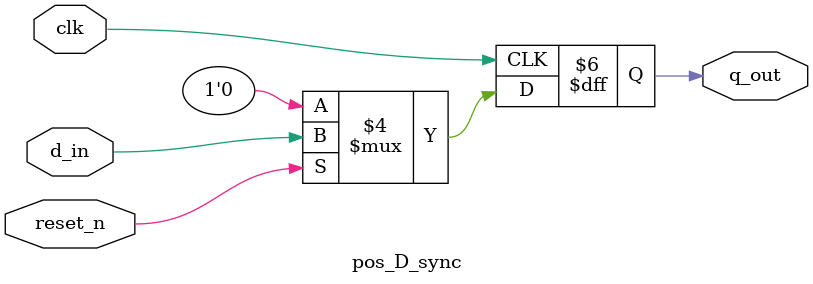
<source format=v>
`timescale 1ns / 1ps


module pos_D_sync(
    input d_in,
    input clk,
    input reset_n,
    output reg q_out
    );
    
    always@(posedge clk)
    begin
        if(!reset_n)
            q_out <= 1'b0;
        else 
            q_out <= d_in;
    end
endmodule

</source>
